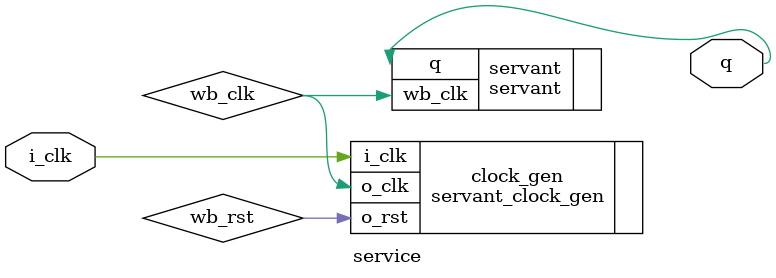
<source format=v>
`default_nettype none
module service
(
 input wire  i_clk,
 output wire q);

   parameter memfile = "zephyr_hello.hex";
   parameter memsize = 8192;
   parameter PLL = "NONE";

   wire      wb_clk;
   wire      wb_rst;

   servant_clock_gen #(.PLL (PLL))
   clock_gen
     (.i_clk (i_clk),
      .o_clk (wb_clk),
      .o_rst (wb_rst));

   servant
     #(.memfile (memfile),
       .memsize (memsize))
   servant
     (.wb_clk (wb_clk),
      .wb_clk (wb_clk),
      .q      (q));

endmodule

</source>
